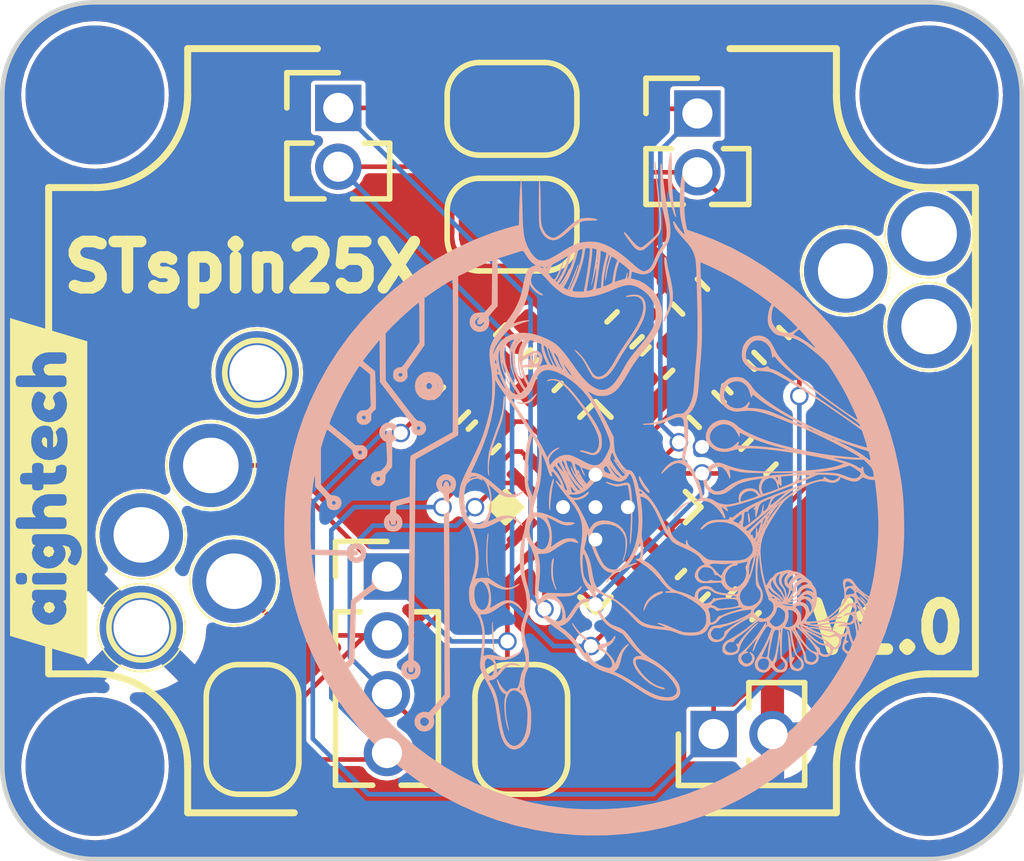
<source format=kicad_pcb>
(kicad_pcb (version 20221018) (generator pcbnew)
  (layers (0 "F.Cu" signal "Front") (1 "In1.Cu" signal) (2 "In2.Cu" signal) (31 "B.Cu" signal "Back") (34 "B.Paste" user) (35 "F.Paste" user) (36 "B.SilkS" user "B.Silkscreen") (37 "F.SilkS" user "F.Silkscreen") (38 "B.Mask" user) (39 "F.Mask" user) (44 "Edge.Cuts" user))
  (net 0 "")
  (net 1 "+3.3V")
  (net 2 "GND")
  (net 7 "Net-(U1-TOFF)")
  (net 8 "Net-(C1-Pad2)")
  (net 9 "Net-(U1-STBY{slash}RESET)")
  (net 10 "FAULT")
  (net 11 "VCC")
  (net 12 "Net-(U1-REF)")
  (net 13 "OUTA1")
  (net 14 "OUTB1")
  (net 15 "OUTA2")
  (net 16 "OUTB2")
  (net 17 "PHA")
  (net 18 "PWMB")
  (net 19 "PWMA")
  (net 20 "PHB")
  (net 21 "/SENSE")
  (net 22 "EN")
  (footprint "Connector_PinHeader_1.27mm:PinHeader_1x02_P1.27mm_Vertical" (layer "F.Cu") (at 182.73 90.78 90)
    (fp_text reference "J4" hide)
    (fp_text value "Conn_01x02_Pin" hide)
    (pad "1" thru_hole rect (at 0 0 90) (size 1 1) (drill 0.65) (layers "*.Cu" "*.Mask") (net 11 "VCC"))
    (pad "2" thru_hole oval (at 0 1.27 90) (size 1 1) (drill 0.65) (layers "*.Cu" "*.Mask") (net 2 "GND"))
  )
  (footprint "Resistor_SMD:R_0402_1005Metric" (layer "F.Cu") (at 182.221771 81.334066 135)
    (fp_text reference "R4" hide)
    (fp_text value "R" hide)
    (pad "1" smd roundrect (at -0.51 0 135) (size 0.54 0.64) (layers "F.Cu" "F.Paste" "F.Mask") (net 8 "Net-(C1-Pad2)"))
    (pad "2" smd roundrect (at 0.51 0 135) (size 0.54 0.64) (layers "F.Cu" "F.Paste" "F.Mask") (net 2 "GND"))
  )
  (footprint "Jumper:SolderJumper-2_P1.3mm_Open_RoundedPad1.0x1.5mm" (layer "F.Cu") (at 178.38 79.78)
    (fp_text reference "JP2" hide)
    (fp_text value "SolderJumper_2_Open" hide)
    (pad "1" smd custom (at -0.65 0) (size 1 0.5) (layers "F.Cu" "F.Mask") (net 15 "OUTA2") (options (clearance outline) (anchor rect)) (primitives (gr_circle (center 0 0.25) (end 0.5 0.25) (width 0) (fill yes)) (gr_circle (center 0 -0.25) (end 0.5 -0.25) (width 0) (fill yes)) (gr_poly (pts (xy 0.5 0.75) (xy 0 0.75) (xy 0 -0.75) (xy 0.5 -0.75)) (width 0) (fill yes))))
    (pad "2" smd custom (at 0.65 0) (size 1 0.5) (layers "F.Cu" "F.Mask") (net 16 "OUTB2") (options (clearance outline) (anchor rect)) (primitives (gr_circle (center 0 0.25) (end 0.5 0.25) (width 0) (fill yes)) (gr_circle (center 0 -0.25) (end 0.5 -0.25) (width 0) (fill yes)) (gr_poly (pts (xy 0 0.75) (xy -0.5 0.75) (xy -0.5 -0.75) (xy 0 -0.75)) (width 0) (fill yes))))
  )
  (footprint "Resistor_SMD:R_0402_1005Metric" (layer "F.Cu") (at 177.059891 83.667518 45)
    (fp_text reference "R5" hide)
    (fp_text value "R" hide)
    (pad "1" smd roundrect (at -0.51 0 45) (size 0.54 0.64) (layers "F.Cu" "F.Paste" "F.Mask") (net 11 "VCC"))
    (pad "2" smd roundrect (at 0.51 0 45) (size 0.54 0.64) (layers "F.Cu" "F.Paste" "F.Mask") (net 9 "Net-(U1-STBY{slash}RESET)"))
  )
  (footprint "00_custom-footprints:Pin_D1.2mm_pogo" (layer "F.Cu") (at 171.88 84.98)
    (fp_text reference "J5" hide)
    (fp_text value "Conn_01x01_Pin" hide)
    (pad "1" thru_hole circle (at 0 0) (size 1.8 1.8) (drill 1.2) (layers "*.Cu" "*.Mask") (net 19 "PWMA"))
  )
  (footprint "Jumper:SolderJumper-2_P1.3mm_Open_RoundedPad1.0x1.5mm" (layer "F.Cu") (at 178.38 77.28)
    (fp_text reference "JP1" hide)
    (fp_text value "SolderJumper_2_Open" hide)
    (pad "1" smd custom (at -0.65 0) (size 1 0.5) (layers "F.Cu" "F.Mask") (net 13 "OUTA1") (options (clearance outline) (anchor rect)) (primitives (gr_circle (center 0 0.25) (end 0.5 0.25) (width 0) (fill yes)) (gr_circle (center 0 -0.25) (end 0.5 -0.25) (width 0) (fill yes)) (gr_poly (pts (xy 0.5 0.75) (xy 0 0.75) (xy 0 -0.75) (xy 0.5 -0.75)) (width 0) (fill yes))))
    (pad "2" smd custom (at 0.65 0) (size 1 0.5) (layers "F.Cu" "F.Mask") (net 14 "OUTB1") (options (clearance outline) (anchor rect)) (primitives (gr_circle (center 0 0.25) (end 0.5 0.25) (width 0) (fill yes)) (gr_circle (center 0 -0.25) (end 0.5 -0.25) (width 0) (fill yes)) (gr_poly (pts (xy 0 0.75) (xy -0.5 0.75) (xy -0.5 -0.75) (xy 0 -0.75)) (width 0) (fill yes))))
  )
  (footprint "Capacitor_SMD:C_0402_1005Metric" (layer "F.Cu") (at 182.28 87.58 -135)
    (fp_text reference "C4" hide)
    (fp_text value "C" hide)
    (pad "1" smd roundrect (at -0.48 0 225) (size 0.56 0.62) (layers "F.Cu" "F.Paste" "F.Mask") (net 2 "GND"))
    (pad "2" smd roundrect (at 0.48 0 225) (size 0.56 0.62) (layers "F.Cu" "F.Paste" "F.Mask") (net 11 "VCC"))
  )
  (footprint "00_custom-footprints:Pin_D1.2mm_pogo" (layer "F.Cu") (at 187.38 79.98)
    (fp_text reference "J9" hide)
    (fp_text value "Conn_01x01_Pin" hide)
    (pad "1" thru_hole circle (at 0 0) (size 1.8 1.8) (drill 1.2) (layers "*.Cu" "*.Mask"))
  )
  (footprint "00_custom-footprints:Pin_D1.2mm_pogo" (layer "F.Cu") (at 172.88 82.98)
    (fp_text reference "J7" hide)
    (fp_text value "Conn_01x01_Pin" hide)
    (pad "1" thru_hole circle (at 0 0) (size 1.8 1.8) (drill 1.2) (layers "*.Cu" "*.Mask") (net 1 "+3.3V"))
  )
  (footprint "Resistor_SMD:R_0402_1005Metric" (layer "F.Cu") (at 183.98 82.38 135)
    (fp_text reference "R1" hide)
    (fp_text value "R" hide)
    (pad "1" smd roundrect (at -0.51 0 135) (size 0.54 0.64) (layers "F.Cu" "F.Paste" "F.Mask") (net 11 "VCC"))
    (pad "2" smd roundrect (at 0.51 0 135) (size 0.54 0.64) (layers "F.Cu" "F.Paste" "F.Mask") (net 12 "Net-(U1-REF)"))
  )
  (footprint "00_custom-footprints:TestPoint_Pad_D1.0mm" (layer "F.Cu") (at 172.88 82.98)
    (fp_text reference "TP12" hide)
    (fp_text value "TP_AUX2" hide)
    (pad "1" smd circle (at 0 0) (size 1 1) (layers "F.Cu" "F.Mask") (net 1 "+3.3V"))
  )
  (footprint "Resistor_SMD:R_0402_1005Metric" (layer "F.Cu") (at 180.807557 82.041173 45)
    (fp_text reference "R3" hide)
    (fp_text value "R" hide)
    (pad "1" smd roundrect (at -0.51 0 45) (size 0.54 0.64) (layers "F.Cu" "F.Paste" "F.Mask") (net 7 "Net-(U1-TOFF)"))
    (pad "2" smd roundrect (at 0.51 0 45) (size 0.54 0.64) (layers "F.Cu" "F.Paste" "F.Mask") (net 2 "GND"))
  )
  (footprint "00_custom-footprints:TestPoint_Pad_D1.0mm" (layer "F.Cu") (at 170.38 88.48)
    (fp_text reference "TP10" hide)
    (fp_text value "TP_SDA" hide)
    (pad "1" smd circle (at 0 0) (size 1 1) (layers "F.Cu" "F.Mask") (net 2 "GND"))
  )
  (footprint "00_custom-footprints:Pin_D1.2mm_pogo" (layer "F.Cu") (at 170.38 88.48)
    (fp_text reference "J8" hide)
    (fp_text value "Conn_01x01_Pin" hide)
    (pad "1" thru_hole circle (at 0 0) (size 1.8 1.8) (drill 1.2) (layers "*.Cu" "*.Mask") (net 2 "GND"))
  )
  (footprint "Resistor_SMD:R_0402_1005Metric" (layer "F.Cu") (at 183.699624 84.791818 45)
    (fp_text reference "R2" hide)
    (fp_text value "150" hide)
    (pad "1" smd roundrect (at -0.51 0 45) (size 0.54 0.64) (layers "F.Cu" "F.Paste" "F.Mask") (net 21 "/SENSE"))
    (pad "2" smd roundrect (at 0.51 0 45) (size 0.54 0.64) (layers "F.Cu" "F.Paste" "F.Mask") (net 2 "GND"))
  )
  (footprint "Jumper:SolderJumper-2_P1.3mm_Open_RoundedPad1.0x1.5mm" (layer "F.Cu") (at 178.58 90.68 -90)
    (fp_text reference "JP4" hide)
    (fp_text value "SolderJumper_2_Open" hide)
    (pad "1" smd custom (at -0.65 0 270) (size 1 0.5) (layers "F.Cu" "F.Mask") (net 19 "PWMA") (options (clearance outline) (anchor rect)) (primitives (gr_circle (center 0 0.25) (end 0.5 0.25) (width 0) (fill yes)) (gr_circle (center 0 -0.25) (end 0.5 -0.25) (width 0) (fill yes)) (gr_poly (pts (xy 0.5 0.75) (xy 0 0.75) (xy 0 -0.75) (xy 0.5 -0.75)) (width 0) (fill yes))))
    (pad "2" smd custom (at 0.65 0 270) (size 1 0.5) (layers "F.Cu" "F.Mask") (net 18 "PWMB") (options (clearance outline) (anchor rect)) (primitives (gr_circle (center 0 0.25) (end 0.5 0.25) (width 0) (fill yes)) (gr_circle (center 0 -0.25) (end 0.5 -0.25) (width 0) (fill yes)) (gr_poly (pts (xy 0 0.75) (xy -0.5 0.75) (xy -0.5 -0.75) (xy 0 -0.75)) (width 0) (fill yes))))
  )
  (footprint "00_custom-footprints:Pin_D1.2mm_pogo" (layer "F.Cu") (at 187.38 81.98)
    (fp_text reference "J9" hide)
    (fp_text value "Conn_01x01_Pin" hide)
    (pad "1" thru_hole circle (at 0 0) (size 1.8 1.8) (drill 1.2) (layers "*.Cu" "*.Mask"))
  )
  (footprint "kibuzzard-63F61033" (layer "F.Cu") (at 168.380001 85.48 90)
    (fp_text reference "kibuzzard-63F61033" hide)
    (fp_text value "G***" hide)
  )
  (footprint "Capacitor_SMD:C_0402_1005Metric" (layer "F.Cu") (at 179.110501 83.031122 45)
    (fp_text reference "C3" hide)
    (fp_text value "C" hide)
    (pad "1" smd roundrect (at -0.48 0 45) (size 0.56 0.62) (layers "F.Cu" "F.Paste" "F.Mask") (net 10 "FAULT"))
    (pad "2" smd roundrect (at 0.48 0 45) (size 0.56 0.62) (layers "F.Cu" "F.Paste" "F.Mask") (net 2 "GND"))
  )
  (footprint "00_custom-footprints:insert_1.2mm" (layer "F.Cu") (at 169.38 76.98)
    (fp_text reference "I4" hide)
    (fp_text value "smd_insert" hide)
    (pad "1" smd circle (at 0 0) (size 3 3) (layers "F.Cu" "F.Mask"))
  )
  (footprint "Jumper:SolderJumper-2_P1.3mm_Open_RoundedPad1.0x1.5mm" (layer "F.Cu") (at 172.78 90.68 -90)
    (fp_text reference "JP3" hide)
    (fp_text value "SolderJumper_2_Open" hide)
    (pad "1" smd custom (at -0.65 0 270) (size 1 0.5) (layers "F.Cu" "F.Mask") (net 17 "PHA") (options (clearance outline) (anchor rect)) (primitives (gr_circle (center 0 0.25) (end 0.5 0.25) (width 0) (fill yes)) (gr_circle (center 0 -0.25) (end 0.5 -0.25) (width 0) (fill yes)) (gr_poly (pts (xy 0.5 0.75) (xy 0 0.75) (xy 0 -0.75) (xy 0.5 -0.75)) (width 0) (fill yes))))
    (pad "2" smd custom (at 0.65 0 270) (size 1 0.5) (layers "F.Cu" "F.Mask") (net 20 "PHB") (options (clearance outline) (anchor rect)) (primitives (gr_circle (center 0 0.25) (end 0.5 0.25) (width 0) (fill yes)) (gr_circle (center 0 -0.25) (end 0.5 -0.25) (width 0) (fill yes)) (gr_poly (pts (xy 0 0.75) (xy -0.5 0.75) (xy -0.5 -0.75) (xy 0 -0.75)) (width 0) (fill yes))))
  )
  (footprint "Connector_PinHeader_1.27mm:PinHeader_1x02_P1.27mm_Vertical" (layer "F.Cu") (at 182.38 77.38)
    (fp_text reference "J1" hide)
    (fp_text value "Conn_01x02_Pin" hide)
    (pad "1" thru_hole rect (at 0 0) (size 1 1) (drill 0.65) (layers "*.Cu" "*.Mask") (net 14 "OUTB1"))
    (pad "2" thru_hole oval (at 0 1.27) (size 1 1) (drill 0.65) (layers "*.Cu" "*.Mask") (net 16 "OUTB2"))
  )
  (footprint "Resistor_SMD:R_0402_1005Metric" (layer "F.Cu") (at 182.58 83.78 -45)
    (fp_text reference "R7" hide)
    (fp_text value "R" hide)
    (pad "1" smd roundrect (at -0.51 0 315) (size 0.54 0.64) (layers "F.Cu" "F.Paste" "F.Mask") (net 12 "Net-(U1-REF)"))
    (pad "2" smd roundrect (at 0.51 0 315) (size 0.54 0.64) (layers "F.Cu" "F.Paste" "F.Mask") (net 2 "GND"))
  )
  (footprint "00_custom-footprints:Pin_D1.2mm_pogo" (layer "F.Cu") (at 185.58 80.78)
    (fp_text reference "J10" hide)
    (fp_text value "Conn_01x01_Pin" hide)
    (pad "1" thru_hole circle (at 0 0) (size 1.8 1.8) (drill 1.2) (layers "*.Cu" "*.Mask"))
  )
  (footprint "00_custom-footprints:Pin_D1.2mm_pogo" (layer "F.Cu") (at 170.38 86.48)
    (fp_text reference "J11" hide)
    (fp_text value "Conn_01x01_Pin" hide)
    (pad "1" thru_hole circle (at 0 0) (size 1.8 1.8) (drill 1.2) (layers "*.Cu" "*.Mask"))
  )
  (footprint "00_custom-footprints:insert_1.2mm" (layer "F.Cu") (at 187.38 91.48)
    (fp_text reference "I2" hide)
    (fp_text value "smd_insert" hide)
    (pad "1" smd circle (at 0 0) (size 3 3) (layers "F.Cu" "F.Mask"))
  )
  (footprint "Connector_PinHeader_1.27mm:PinHeader_1x04_P1.27mm_Vertical" (layer "F.Cu") (at 175.68 87.38)
    (fp_text reference "J3" hide)
    (fp_text value "Conn_01x04_Pin" hide)
    (pad "1" thru_hole rect (at 0 0) (size 1 1) (drill 0.65) (layers "*.Cu" "*.Mask") (net 19 "PWMA"))
    (pad "2" thru_hole oval (at 0 1.27) (size 1 1) (drill 0.65) (layers "*.Cu" "*.Mask") (net 17 "PHA"))
    (pad "3" thru_hole oval (at 0 2.54) (size 1 1) (drill 0.65) (layers "*.Cu" "*.Mask") (net 18 "PWMB"))
    (pad "4" thru_hole oval (at 0 3.81) (size 1 1) (drill 0.65) (layers "*.Cu" "*.Mask") (net 20 "PHB"))
  )
  (footprint "00_custom-footprints:VQFN-16-1EP_3x3mm_P0.5mm_EP1.8x1.8mm" (layer "F.Cu") (at 180.18 85.88 45)
    (fp_text reference "U1" hide)
    (fp_text value "STSPIN240" hide)
    (pad "1" smd roundrect (at -1.4875 -0.75 45) (size 0.775 0.25) (layers "F.Cu" "F.Paste" "F.Mask") (net 17 "PHA"))
    (pad "2" smd roundrect (at -1.4875 -0.25 45) (size 0.775 0.25) (layers "F.Cu" "F.Paste" "F.Mask") (net 19 "PWMA"))
    (pad "3" smd roundrect (at -1.4875 0.25 45) (size 0.775 0.25) (layers "F.Cu" "F.Paste" "F.Mask") (net 13 "OUTA1"))
    (pad "4" smd roundrect (at -1.4875 0.75 45) (size 0.775 0.25) (layers "F.Cu" "F.Paste" "F.Mask") (net 21 "/SENSE"))
    (pad "5" smd roundrect (at -0.75 1.4875 45) (size 0.25 0.775) (layers "F.Cu" "F.Paste" "F.Mask") (net 15 "OUTA2"))
    (pad "6" smd roundrect (at -0.25 1.4875 45) (size 0.25 0.775) (layers "F.Cu" "F.Paste" "F.Mask") (net 11 "VCC"))
    (pad "7" smd roundrect (at 0.25 1.4875 45) (size 0.25 0.775) (layers "F.Cu" "F.Paste" "F.Mask") (net 2 "GND"))
    (pad "8" smd roundrect (at 0.75 1.4875 45) (size 0.25 0.775) (layers "F.Cu" "F.Paste" "F.Mask") (net 16 "OUTB2"))
    (pad "9" smd roundrect (at 1.4875 0.75 45) (size 0.775 0.25) (layers "F.Cu" "F.Paste" "F.Mask") (net 21 "/SENSE"))
    (pad "10" smd roundrect (at 1.4875 0.25 45) (size 0.775 0.25) (layers "F.Cu" "F.Paste" "F.Mask") (net 14 "OUTB1"))
    (pad "11" smd roundrect (at 1.4875 -0.25 45) (size 0.775 0.25) (layers "F.Cu" "F.Paste" "F.Mask") (net 12 "Net-(U1-REF)"))
    (pad "12" smd roundrect (at 1.4875 -0.75 45) (size 0.775 0.25) (layers "F.Cu" "F.Paste" "F.Mask") (net 7 "Net-(U1-TOFF)"))
    (pad "13" smd roundrect (at 0.75 -1.4875 45) (size 0.25 0.775) (layers "F.Cu" "F.Paste" "F.Mask") (net 10 "FAULT"))
    (pad "14" smd roundrect (at 0.25 -1.4875 45) (size 0.25 0.775) (layers "F.Cu" "F.Paste" "F.Mask") (net 9 "Net-(U1-STBY{slash}RESET)"))
    (pad "15" smd roundrect (at -0.25 -1.4875 45) (size 0.25 0.775) (layers "F.Cu" "F.Paste" "F.Mask") (net 20 "PHB"))
    (pad "16" smd roundrect (at -0.75 -1.4875 45) (size 0.25 0.775) (layers "F.Cu" "F.Paste" "F.Mask") (net 18 "PWMB"))
    (pad "17" smd rect (at 0 0 45) (size 1.8 1.8) (layers "F.Cu" "F.Mask") (net 2 "GND"))
  )
  (footprint "Capacitor_SMD:C_0402_1005Metric" (layer "F.Cu") (at 183.38 87.98 -135)
    (fp_text reference "C5" hide)
    (fp_text value "C" hide)
    (pad "1" smd roundrect (at -0.48 0 225) (size 0.56 0.62) (layers "F.Cu" "F.Paste" "F.Mask") (net 2 "GND"))
    (pad "2" smd roundrect (at 0.48 0 225) (size 0.56 0.62) (layers "F.Cu" "F.Paste" "F.Mask") (net 11 "VCC"))
  )
  (footprint "Capacitor_SMD:C_0402_1005Metric" (layer "F.Cu") (at 183.28 83.08 -45)
    (fp_text reference "C6" hide)
    (fp_text value "C" hide)
    (pad "1" smd roundrect (at -0.48 0 315) (size 0.56 0.62) (layers "F.Cu" "F.Paste" "F.Mask") (net 12 "Net-(U1-REF)"))
    (pad "2" smd roundrect (at 0.48 0 315) (size 0.56 0.62) (layers "F.Cu" "F.Paste" "F.Mask") (net 2 "GND"))
  )
  (footprint "Resistor_SMD:R_0402_1005Metric" (layer "F.Cu") (at 178.403394 82.324016 -135)
    (fp_text reference "R6" hide)
    (fp_text value "R" hide)
    (pad "1" smd roundrect (at -0.51 0 225) (size 0.54 0.64) (layers "F.Cu" "F.Paste" "F.Mask") (net 22 "EN"))
    (pad "2" smd roundrect (at 0.51 0 225) (size 0.54 0.64) (layers "F.Cu" "F.Paste" "F.Mask") (net 10 "FAULT"))
  )
  (footprint "Capacitor_SMD:C_0402_1005Metric" (layer "F.Cu") (at 181.514664 82.74828 45)
    (fp_text reference "C1" hide)
    (fp_text value "C" hide)
    (pad "1" smd roundrect (at -0.48 0 45) (size 0.56 0.62) (layers "F.Cu" "F.Paste" "F.Mask") (net 7 "Net-(U1-TOFF)"))
    (pad "2" smd roundrect (at 0.48 0 45) (size 0.56 0.62) (layers "F.Cu" "F.Paste" "F.Mask") (net 8 "Net-(C1-Pad2)"))
  )
  (footprint "Connector_PinHeader_1.27mm:PinHeader_1x02_P1.27mm_Vertical" (layer "F.Cu") (at 174.63 77.26)
    (fp_text reference "J2" hide)
    (fp_text value "Conn_01x02_Pin" hide)
    (pad "1" thru_hole rect (at 0 0) (size 1 1) (drill 0.65) (layers "*.Cu" "*.Mask") (net 13 "OUTA1"))
    (pad "2" thru_hole oval (at 0 1.27) (size 1 1) (drill 0.65) (layers "*.Cu" "*.Mask") (net 15 "OUTA2"))
  )
  (footprint "Capacitor_SMD:C_0402_1005Metric" (layer "F.Cu") (at 177.766998 84.374625 -135)
    (fp_text reference "C2" hide)
    (fp_text value "C" hide)
    (pad "1" smd roundrect (at -0.48 0 225) (size 0.56 0.62) (layers "F.Cu" "F.Paste" "F.Mask") (net 9 "Net-(U1-STBY{slash}RESET)"))
    (pad "2" smd roundrect (at 0.48 0 225) (size 0.56 0.62) (layers "F.Cu" "F.Paste" "F.Mask") (net 2 "GND"))
  )
  (footprint "00_custom-footprints:insert_1.2mm" (layer "F.Cu") (at 187.38 76.98)
    (fp_text reference "I3" hide)
    (fp_text value "smd_insert" hide)
    (pad "1" smd circle (at 0 0) (size 3 3) (layers "F.Cu" "F.Mask"))
  )
  (footprint "00_custom-footprints:Pin_D1.2mm_pogo" (layer "F.Cu") (at 172.38 87.48)
    (fp_text reference "J6" hide)
    (fp_text value "Conn_01x01_Pin" hide)
    (pad "1" thru_hole circle (at 0 0) (size 1.8 1.8) (drill 1.2) (layers "*.Cu" "*.Mask") (net 17 "PHA"))
  )
  (footprint "00_custom-footprints:insert_1.2mm" (layer "F.Cu") (at 169.38 91.48)
    (fp_text reference "I1" hide)
    (fp_text value "smd_insert" hide)
    (pad "1" smd circle (at 0 0) (size 3 3) (layers "F.Cu" "F.Mask"))
  )
  (footprint "00_custom-footprints:insert_1.2mm" (layer "B.Cu") (at 187.38 91.48 180)
    (fp_text reference "I8" hide)
    (fp_text value "smd_insert" hide)
    (pad "1" smd circle (at 0 0 180) (size 3 3) (layers "B.Cu" "B.Mask"))
  )
  (footprint "00_custom-footprints:insert_1.2mm" (layer "B.Cu") (at 169.38 91.48 180)
    (fp_text reference "I7" hide)
    (fp_text value "smd_insert" hide)
    (pad "1" smd circle (at 0 0 180) (size 3 3) (layers "B.Cu" "B.Mask"))
  )
  (footprint "00_custom-footprints:insert_1.2mm" (layer "B.Cu") (at 187.38 76.98 180)
    (fp_text reference "I5" hide)
    (fp_text value "smd_insert" hide)
    (pad "1" smd circle (at 0 0 180) (size 3 3) (layers "B.Cu" "B.Mask"))
  )
  (footprint "LOGO" (layer "B.Cu") (at 180.18 85.78)
    (fp_text reference "G***" hide)
    (fp_text value "LOGO" hide)
  )
  (footprint "00_custom-footprints:insert_1.2mm" (layer "B.Cu") (at 169.38 76.98 180)
    (fp_text reference "I6" hide)
    (fp_text value "smd_insert" hide)
    (pad "1" smd circle (at 0 0 180) (size 3 3) (layers "B.Cu" "B.Mask"))
  )
  (gr_line (start 168.380001 88.78) (end 168.38 89.479999) (stroke (width 0.15)) (layer "F.SilkS"))
  (gr_circle (center 187.38 79.98) (end 188.33 79.98) (stroke (width 0.0381)) (fill none) (layer "F.SilkS"))
  (gr_circle (center 172.88 82.98) (end 173.83 82.98) (stroke (width 0.0381)) (fill none) (layer "F.SilkS"))
  (gr_line (start 173.68 92.48) (end 171.38 92.48) (stroke (width 0.15)) (layer "F.SilkS"))
  (gr_line (start 187.38 89.48) (end 188.38 89.480001) (stroke (width 0.15)) (layer "F.SilkS"))
  (gr_circle (center 170.38 88.48) (end 171.33 88.48) (stroke (width 0.0381)) (fill none) (layer "F.SilkS"))
  (gr_line (start 185.379999 76.979999) (end 185.38 75.979999) (stroke (width 0.15)) (layer "F.SilkS"))
  (gr_line (start 169.379999 78.979999) (end 168.379999 78.979998) (stroke (width 0.15)) (layer "F.SilkS"))
  (gr_circle (center 187.38 81.98) (end 188.33 81.98) (stroke (width 0.0381)) (fill none) (layer "F.SilkS"))
  (gr_arc (start 171.379999 76.979999) (mid 170.794213 78.394213) (end 169.379999 78.979999) (stroke (width 0.1524)) (layer "F.SilkS"))
  (gr_line (start 185.38 91.48) (end 185.379999 92.48) (stroke (width 0.15)) (layer "F.SilkS"))
  (gr_arc (start 185.38 91.48) (mid 185.965786 90.065786) (end 187.38 89.48) (stroke (width 0.1524)) (layer "F.SilkS"))
  (gr_line (start 188.379999 78.98) (end 188.38 89.480001) (stroke (width 0.15)) (layer "F.SilkS"))
  (gr_circle (center 171.88 84.979999) (end 172.83 84.979999) (stroke (width 0.0381)) (fill none) (layer "F.SilkS"))
  (gr_arc (start 169.38 89.48) (mid 170.794214 90.065786) (end 171.38 91.48) (stroke (width 0.1524)) (layer "F.SilkS"))
  (gr_arc (start 187.379999 78.979999) (mid 185.965785 78.394213) (end 185.379999 76.979999) (stroke (width 0.1524)) (layer "F.SilkS"))
  (gr_line (start 169.38 89.48) (end 168.38 89.479999) (stroke (width 0.15)) (layer "F.SilkS"))
  (gr_circle (center 185.58 80.77) (end 186.53 80.77) (stroke (width 0.0381)) (fill none) (layer "F.SilkS"))
  (gr_circle (center 172.38 87.48) (end 173.33 87.48) (stroke (width 0.0381)) (fill none) (layer "F.SilkS"))
  (gr_line (start 171.38 92.48) (end 171.38 91.48) (stroke (width 0.15)) (layer "F.SilkS"))
  (gr_line (start 171.379999 76.979999) (end 171.38 75.979999) (stroke (width 0.15)) (layer "F.SilkS"))
  (gr_line (start 183.08 75.979999) (end 185.38 75.979999) (stroke (width 0.15)) (layer "F.SilkS"))
  (gr_line (start 187.379999 78.979999) (end 188.379999 78.98) (stroke (width 0.15)) (layer "F.SilkS"))
  (gr_line (start 182.58 92.48) (end 185.379999 92.48) (stroke (width 0.15)) (layer "F.SilkS"))
  (gr_circle (center 170.38 86.48) (end 171.33 86.48) (stroke (width 0.0381)) (fill none) (layer "F.SilkS"))
  (gr_line (start 168.379999 78.979998) (end 168.380001 82.18) (stroke (width 0.15)) (layer "F.SilkS"))
  (gr_line (start 174.18 75.98) (end 171.38 75.979999) (stroke (width 0.15)) (layer "F.SilkS"))
  (gr_arc (start 169.38 93.48) (mid 167.965786 92.894214) (end 167.38 91.48) (stroke (width 0.1)) (layer "Edge.Cuts"))
  (gr_line (start 169.379999 74.979999) (end 187.379999 74.979999) (stroke (width 0.1)) (layer "Edge.Cuts"))
  (gr_arc (start 189.38 91.48) (mid 188.794214 92.894214) (end 187.38 93.48) (stroke (width 0.1)) (layer "Edge.Cuts"))
  (gr_line (start 167.379999 76.979999) (end 167.38 91.48) (stroke (width 0.1)) (layer "Edge.Cuts"))
  (gr_line (start 189.379999 76.979999) (end 189.38 91.48) (stroke (width 0.1)) (layer "Edge.Cuts"))
  (gr_line (start 169.38 93.48) (end 187.38 93.48) (stroke (width 0.1)) (layer "Edge.Cuts"))
  (gr_arc (start 187.379999 74.979999) (mid 188.794213 75.565785) (end 189.379999 76.979999) (stroke (width 0.1)) (layer "Edge.Cuts"))
  (gr_arc (start 167.379999 76.979999) (mid 167.965785 75.565785) (end 169.379999 74.979999) (stroke (width 0.1)) (layer "Edge.Cuts"))
  (gr_text "STspin25X" (at 172.58 81.28) (layer "F.SilkS") (effects (font (size 1 1) (thickness 0.25) bold) (justify bottom)))
  (gr_text "V1.0" (at 186.48 89.08) (layer "F.SilkS") (effects (font (size 1 1) (thickness 0.25) bold) (justify bottom)))
  (segment (start 182.619411 87.240589) (end 183.319411 87.240589) (width 0.1) (layer "F.Cu") (net 2))
  (segment (start 180.18 85.88) (end 180.18 86.58) (width 0.1) (layer "F.Cu") (net 2))
  (segment (start 184 90.78) (end 184 87.921178) (width 0.1) (layer "F.Cu") (net 2))
  (segment (start 182.619411 87.240589) (end 181.894142 87.240589) (width 0.1) (layer "F.Cu") (net 2))
  (segment (start 182.940624 84.140624) (end 182.919376 84.140624) (width 0.1) (layer "F.Cu") (net 2))
  (segment (start 181.894142 87.240589) (end 181.408598 86.755045) (width 0.1) (layer "F.Cu") (net 2))
  (segment (start 182.919376 84.140624) (end 182.48 84.58) (width 0.1) (layer "F.Cu") (net 2))
  (segment (start 180.18 85.88) (end 179.48 85.88) (width 0.1) (layer "F.Cu") (net 2))
  (segment (start 181.861147 80.973442) (end 181.861147 80.987583) (width 0.1) (layer "F.Cu") (net 2))
  (segment (start 183.319411 87.240589) (end 183.719411 87.640589) (width 0.1) (layer "F.Cu") (net 2))
  (segment (start 184 87.921178) (end 183.719411 87.640589) (width 0.1) (layer "F.Cu") (net 2))
  (segment (start 183.231194 84.431194) (end 182.940624 84.140624) (width 0.1) (layer "F.Cu") (net 2))
  (segment (start 181.408598 86.755045) (end 180.533553 85.88) (width 0.1) (layer "F.Cu") (net 2))
  (segment (start 180.48 81.28) (end 180.767632 81.28) (width 0.1) (layer "F.Cu") (net 2))
  (segment (start 182.940624 84.098198) (end 183.619411 83.419411) (width 0.1) (layer "F.Cu") (net 2))
  (segment (start 184.060248 84.431194) (end 183.231194 84.431194) (width 0.1) (layer "F.Cu") (net 2))
  (segment (start 181.861147 80.987583) (end 181.168181 81.680549) (width 0.1) (layer "F.Cu") (net 2))
  (segment (start 182.940624 84.140624) (end 182.940624 84.098198) (width 0.1) (layer "F.Cu") (net 2))
  (segment (start 179.449912 82.691711) (end 179.449912 82.310088) (width 0.1) (layer "F.Cu") (net 2))
  (segment (start 180.18 85.88) (end 180.18 85.18) (width 0.1) (layer "F.Cu") (net 2))
  (segment (start 179.449912 82.310088) (end 180.48 81.28) (width 0.1) (layer "F.Cu") (net 2))
  (segment (start 180.533553 85.88) (end 180.18 85.88) (width 0.1) (layer "F.Cu") (net 2))
  (segment (start 180.767632 81.28) (end 181.168181 81.680549) (width 0.1) (layer "F.Cu") (net 2))
  (segment (start 180.18 85.88) (end 180.88 85.88) (width 0.1) (layer "F.Cu") (net 2))
  (via (at 180.18 86.58) (size 0.4) (drill 0.3) (layers "F.Cu" "B.Cu") (net 2))
  (via (at 182.48 84.58) (size 0.4) (drill 0.3) (layers "F.Cu" "B.Cu") (net 2))
  (via (at 179.48 85.88) (size 0.4) (drill 0.3) (layers "F.Cu" "B.Cu") (net 2))
  (via (at 180.88 85.88) (size 0.4) (drill 0.3) (layers "F.Cu" "B.Cu") (net 2))
  (via (at 180.18 85.18) (size 0.4) (drill 0.3) (layers "F.Cu" "B.Cu") (net 2))
  (via (at 180.18 85.88) (size 0.4) (drill 0.3) (layers "F.Cu" "B.Cu") (net 2))
  (segment (start 180.701491 84.297849) (end 180.701491 83.561453) (width 0.1) (layer "F.Cu") (net 7))
  (segment (start 181.175253 83.087691) (end 180.489359 82.401797) (width 0.1) (layer "F.Cu") (net 7))
  (segment (start 180.701491 83.561453) (end 181.175253 83.087691) (width 0.1) (layer "F.Cu") (net 7))
  (segment (start 180.489359 82.401797) (end 180.446933 82.401797) (width 0.1) (layer "F.Cu") (net 7))
  (segment (start 182.568254 81.69469) (end 181.854075 82.408869) (width 0.1) (layer "F.Cu") (net 8))
  (segment (start 182.582395 81.69469) (end 182.568254 81.69469) (width 0.1) (layer "F.Cu") (net 8))
  (segment (start 177.420515 83.306894) (end 177.420515 83.34932) (width 0.1) (layer "F.Cu") (net 9))
  (segment (start 177.420515 83.34932) (end 178.106409 84.035214) (width 0.1) (layer "F.Cu") (net 9))
  (segment (start 179.304955 84.651402) (end 178.688767 84.035214) (width 0.1) (layer "F.Cu") (net 9))
  (segment (start 178.688767 84.035214) (end 178.106409 84.035214) (width 0.1) (layer "F.Cu") (net 9))
  (segment (start 179.658509 84.257952) (end 178.77109 83.370533) (width 0.1) (layer "F.Cu") (net 10))
  (segment (start 178.04277 82.68464) (end 178.085197 82.68464) (width 0.1) (layer "F.Cu") (net 10))
  (segment (start 179.658509 84.297849) (end 179.658509 84.257952) (width 0.1) (layer "F.Cu") (net 10))
  (segment (start 178.085197 82.68464) (end 178.77109 83.370533) (width 0.1) (layer "F.Cu") (net 10))
  (segment (start 176.231858 84.028142) (end 175.98 84.28) (width 0.1) (layer "F.Cu") (net 11))
  (segment (start 184.340624 82.740624) (end 184.58 82.98) (width 0.1) (layer "F.Cu") (net 11))
  (segment (start 181.129776 87.108598) (end 181.055045 87.108598) (width 0.1) (layer "F.Cu") (net 11))
  (segment (start 176.699267 84.028142) (end 176.231858 84.028142) (width 0.1) (layer "F.Cu") (net 11))
  (segment (start 182.73 90.78) (end 182.73 88.63) (width 0.1) (layer "F.Cu") (net 11))
  (segment (start 182.640589 87.919411) (end 183.040589 88.319411) (width 0.1) (layer "F.Cu") (net 11))
  (segment (start 181.940589 87.919411) (end 181.129776 87.108598) (width 0.1) (layer "F.Cu") (net 11))
  (segment (start 184.58 82.98) (end 184.58 83.48) (width 0.1) (layer "F.Cu") (net 11))
  (segment (start 181.940589 87.919411) (end 182.640589 87.919411) (width 0.1) (layer "F.Cu") (net 11))
  (segment (start 182.73 88.63) (end 183.040589 88.319411) (width 0.1) (layer "F.Cu") (net 11))
  (via (at 175.98 84.28) (size 0.4) (drill 0.3) (layers "F.Cu" "B.Cu") (net 11))
  (via (at 184.58 83.48) (size 0.4) (drill 0.3) (layers "F.Cu" "B.Cu") (net 11))
  (segment (start 184.58 83.48) (end 184.58 88.93) (width 0.1) (layer "B.Cu") (net 11))
  (segment (start 175.58 84.28) (end 174.08 85.78) (width 0.1) (layer "B.Cu") (net 11))
  (segment (start 181.43 92.08) (end 182.73 90.78) (width 0.1) (layer "B.Cu") (net 11))
  (segment (start 174.08 90.88) (end 175.28 92.08) (width 0.1) (layer "B.Cu") (net 11))
  (segment (start 184.58 88.93) (end 182.73 90.78) (width 0.1) (layer "B.Cu") (net 11))
  (segment (start 174.08 85.78) (end 174.08 90.88) (width 0.1) (layer "B.Cu") (net 11))
  (segment (start 175.28 92.08) (end 181.43 92.08) (width 0.1) (layer "B.Cu") (net 11))
  (segment (start 175.98 84.28) (end 175.58 84.28) (width 0.1) (layer "B.Cu") (net 11))
  (segment (start 182.219376 83.419376) (end 182.261802 83.419376) (width 0.1) (layer "F.Cu") (net 12))
  (segment (start 182.261802 83.419376) (end 182.940589 82.740589) (width 0.1) (layer "F.Cu") (net 12))
  (segment (start 182.940589 82.740589) (end 182.940589 82.698163) (width 0.1) (layer "F.Cu") (net 12))
  (segment (start 182.219376 83.443641) (end 182.219376 83.419376) (width 0.1) (layer "F.Cu") (net 12))
  (segment (start 182.940589 82.698163) (end 183.619376 82.019376) (width 0.1) (layer "F.Cu") (net 12))
  (segment (start 181.055045 84.651402) (end 181.055045 84.607972) (width 0.1) (layer "F.Cu") (net 12))
  (segment (start 181.055045 84.607972) (end 182.219376 83.443641) (width 0.1) (layer "F.Cu") (net 12))
  (segment (start 179.08 87.333553) (end 179.08 88.08) (width 0.1) (layer "F.Cu") (net 13))
  (segment (start 174.63 77.26) (end 177.71 77.26) (width 0.1) (layer "F.Cu") (net 13))
  (segment (start 179.304955 87.108598) (end 179.08 87.333553) (width 0.1) (layer "F.Cu") (net 13))
  (segment (start 177.71 77.26) (end 177.73 77.28) (width 0.1) (layer "F.Cu") (net 13))
  (via (at 179.08 88.08) (size 0.4) (drill 0.3) (layers "F.Cu" "B.Cu") (net 13))
  (segment (start 178.78 81.41) (end 174.63 77.26) (width 0.1) (layer "B.Cu") (net 13))
  (segment (start 178.78 87.78) (end 178.78 81.41) (width 0.1) (layer "B.Cu") (net 13))
  (segment (start 179.08 88.08) (end 178.78 87.78) (width 0.1) (layer "B.Cu") (net 13))
  (segment (start 179.03 77.28) (end 182.28 77.28) (width 0.1) (layer "F.Cu") (net 14))
  (segment (start 181.408598 85.004955) (end 181.455045 85.004955) (width 0.1) (layer "F.Cu") (net 14))
  (segment (start 181.455045 85.004955) (end 181.98 84.48) (width 0.1) (layer "F.Cu") (net 14))
  (segment (start 182.28 77.28) (end 182.38 77.38) (width 0.1) (layer "F.Cu") (net 14))
  (via (at 181.98 84.48) (size 0.4) (drill 0.3) (layers "F.Cu" "B.Cu") (net 14))
  (segment (start 181.58 78.18) (end 182.38 77.38) (width 0.1) (layer "B.Cu") (net 14))
  (segment (start 181.58 84.08) (end 181.58 78.18) (width 0.1) (layer "B.Cu") (net 14))
  (segment (start 181.98 84.48) (end 181.58 84.08) (width 0.1) (layer "B.Cu") (net 14))
  (segment (start 180.701491 88.258509) (end 180.08 88.88) (width 0.1) (layer "F.Cu") (net 15))
  (segment (start 180.701491 87.462151) (end 180.701491 88.258509) (width 0.1) (layer "F.Cu") (net 15))
  (segment (start 174.63 78.53) (end 176.48 78.53) (width 0.1) (layer "F.Cu") (net 15))
  (segment (start 176.48 78.53) (end 177.73 79.78) (width 0.1) (layer "F.Cu") (net 15))
  (via (at 180.08 88.88) (size 0.4) (drill 0.3) (layers "F.Cu" "B.Cu") (net 15))
  (segment (start 180.08 88.88) (end 179.28 88.88) (width 0.1) (layer "B.Cu") (net 15))
  (segment (start 178.38 82.28) (end 174.63 78.53) (width 0.1) (layer "B.Cu") (net 15))
  (segment (start 179.28 88.88) (end 178.38 87.98) (width 0.1) (layer "B.Cu") (net 15))
  (segment (start 178.38 87.98) (end 178.38 82.28) (width 0.1) (layer "B.Cu") (net 15))
  (segment (start 185.08 82.58) (end 185.08 85.08) (width 0.1) (layer "F.Cu") (net 16))
  (segment (start 183.48 80.98) (end 185.08 82.58) (width 0.1) (layer "F.Cu") (net 16))
  (segment (start 183.48 79.75) (end 183.48 80.98) (width 0.1) (layer "F.Cu") (net 16))
  (segment (start 182.38 78.65) (end 180.16 78.65) (width 0.1) (layer "F.Cu") (net 16))
  (segment (start 181.983642 86.18) (end 181.762151 86.401491) (width 0.1) (layer "F.Cu") (net 16))
  (segment (start 180.16 78.65) (end 179.03 79.78) (width 0.1) (layer "F.Cu") (net 16))
  (segment (start 185.08 85.08) (end 183.98 86.18) (width 0.1) (layer "F.Cu") (net 16))
  (segment (start 183.98 86.18) (end 181.983642 86.18) (width 0.1) (layer "F.Cu") (net 16))
  (segment (start 182.38 78.65) (end 183.48 79.75) (width 0.1) (layer "F.Cu") (net 16))
  (segment (start 175.21 88.65) (end 175.68 88.65) (width 0.1) (layer "F.Cu") (net 17))
  (segment (start 175.68 88.65) (end 176.34934 88.65) (width 0.1) (layer "F.Cu") (net 17))
  (segment (start 172.78 90.03) (end 173.83 90.03) (width 0.1) (layer "F.Cu") (net 17))
  (segment (start 173.83 90.03) (end 175.21 88.65) (width 0.1) (layer "F.Cu") (net 17))
  (segment (start 173.55 88.65) (end 175.68 88.65) (width 0.1) (layer "F.Cu") (net 17))
  (segment (start 176.34934 88.65) (end 178.597849 86.401491) (width 0.1) (layer "F.Cu") (net 17))
  (segment (start 172.38 87.48) (end 173.55 88.65) (width 0.1) (layer "F.Cu") (net 17))
  (segment (start 178.58 91.33) (end 177.09 91.33) (width 0.1) (layer "F.Cu") (net 18))
  (segment (start 178.101491 85.358509) (end 177.58 85.88) (width 0.1) (layer "F.Cu") (net 18))
  (segment (start 177.09 91.33) (end 175.68 89.92) (width 0.1) (layer "F.Cu") (net 18))
  (segment (start 178.597849 85.358509) (end 178.101491 85.358509) (width 0.1) (layer "F.Cu") (net 18))
  (via (at 177.58 85.88) (size 0.4) (drill 0.3) (layers "F.Cu" "B.Cu") (net 18))
  (segment (start 175.38 86.28) (end 174.88 86.78) (width 0.1) (layer "B.Cu") (net 18))
  (segment (start 177.18 86.28) (end 175.38 86.28) (width 0.1) (layer "B.Cu") (net 18))
  (segment (start 177.58 85.88) (end 177.18 86.28) (width 0.1) (layer "B.Cu") (net 18))
  (segment (start 174.88 86.78) (end 174.88 89.12) (width 0.1) (layer "B.Cu") (net 18))
  (segment (start 174.88 89.12) (end 175.68 89.92) (width 0.1) (layer "B.Cu") (net 18))
  (segment (start 178.28 89.73) (end 178.28 88.78) (width 0.1) (layer "F.Cu") (net 19))
  (segment (start 178.28 87.426447) (end 178.951402 86.755045) (width 0.1) (layer "F.Cu") (net 19))
  (segment (start 178.28 88.78) (end 178.28 87.426447) (width 0.1) (layer "F.Cu") (net 19))
  (segment (start 171.88 84.98) (end 173.28 84.98) (width 0.1) (layer "F.Cu") (net 19))
  (segment (start 173.28 84.98) (end 175.68 87.38) (width 0.1) (layer "F.Cu") (net 19))
  (segment (start 178.58 90.03) (end 178.28 89.73) (width 0.1) (layer "F.Cu") (net 19))
  (via (at 178.28 88.78) (size 0.4) (drill 0.3) (layers "F.Cu" "B.Cu") (net 19))
  (segment (start 178.28 88.78) (end 177.08 88.78) (width 0.1) (layer "B.Cu") (net 19))
  (segment (start 177.08 88.78) (end 175.68 87.38) (width 0.1) (layer "B.Cu") (net 19))
  (segment (start 178.951402 85.004955) (end 178.904955 85.004955) (width 0.1) (layer "F.Cu") (net 20))
  (segment (start 178.38 84.68) (end 178.08 84.98) (width 0.1) (layer "F.Cu") (net 20))
  (segment (start 178.904955 85.004955) (end 178.58 84.68) (width 0.1) (layer "F.Cu") (net 20))
  (segment (start 178.58 84.68) (end 178.38 84.68) (width 0.1) (layer "F.Cu") (net 20))
  (segment (start 175.54 91.33) (end 175.68 91.19) (width 0.1) (layer "F.Cu") (net 20))
  (segment (start 178.08 84.98) (end 177.68 85.38) (width 0.1) (layer "F.Cu") (net 20))
  (segment (start 172.78 91.33) (end 175.54 91.33) (width 0.1) (layer "F.Cu") (net 20))
  (segment (start 176.88 85.78) (end 176.88 85.88) (width 0.1) (layer "F.Cu") (net 20))
  (segment (start 177.28 85.38) (end 176.88 85.78) (width 0.1) (layer "F.Cu") (net 20))
  (segment (start 177.68 85.38) (end 177.28 85.38) (width 0.1) (layer "F.Cu") (net 20))
  (via (at 176.88 85.88) (size 0.4) (drill 0.3) (layers "F.Cu" "B.Cu") (net 20))
  (segment (start 174.48 89.99) (end 175.68 91.19) (width 0.1) (layer "B.Cu") (net 20))
  (segment (start 176.88 85.88) (end 174.98 85.88) (width 0.1) (layer "B.Cu") (net 20))
  (segment (start 174.98 85.88) (end 174.48 86.38) (width 0.1) (layer "B.Cu") (net 20))
  (segment (start 174.48 86.38) (end 174.48 89.99) (width 0.1) (layer "B.Cu") (net 20))
  (segment (start 183.339 85.152442) (end 181.968218 85.152442) (width 0.1) (layer "F.Cu") (net 21))
  (segment (start 181.968218 85.152442) (end 181.762151 85.358509) (width 0.1) (layer "F.Cu") (net 21))
  (segment (start 179.662151 87.462151) (end 180.18 87.98) (width 0.1) (layer "F.Cu") (net 21))
  (segment (start 179.658509 87.462151) (end 179.662151 87.462151) (width 0.1) (layer "F.Cu") (net 21))
  (segment (start 182.48 85.152442) (end 181.968218 85.152442) (width 0.1) (layer "F.Cu") (net 21))
  (via (at 180.18 87.98) (size 0.4) (drill 0.3) (layers "F.Cu" "B.Cu") (net 21))
  (via (at 182.48 85.152442) (size 0.4) (drill 0.3) (layers "F.Cu" "B.Cu") (net 21))
  (segment (start 180.18 87.88) (end 180.18 87.98) (width 0.1) (layer "B.Cu") (net 21))
  (segment (start 182.48 85.152442) (end 182.48 85.58) (width 0.1) (layer "B.Cu") (net 21))
  (segment (start 182.48 85.58) (end 180.18 87.88) (width 0.1) (layer "B.Cu") (net 21))
  (zone (net 2) (net_name "GND") (layers "F.Cu" "In1.Cu" "In2.Cu" "B.Cu") (priority 1) (connect_pads (clearance 0)) (min_thickness 0.25) (fill yes (thermal_gap 0.5) (thermal_bridge_width 0.5))
    (polygon (pts (xy 167.38 74.98) (xy 189.38 74.98) (xy 189.38 93.48) (xy 167.38 93.48)))
  )
)
</source>
